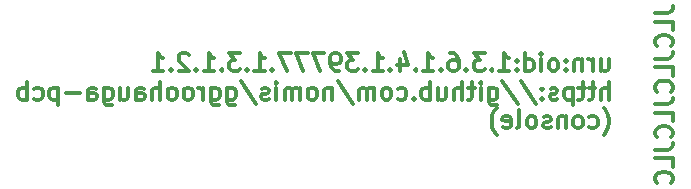
<source format=gbo>
G04 #@! TF.GenerationSoftware,KiCad,Pcbnew,8.0.9-8.0.9-0~ubuntu20.04.1*
G04 #@! TF.CreationDate,2025-04-23T19:08:02+01:00*
G04 #@! TF.ProjectId,ggroohauga-console,6767726f-6f68-4617-9567-612d636f6e73,rev?*
G04 #@! TF.SameCoordinates,Original*
G04 #@! TF.FileFunction,Legend,Bot*
G04 #@! TF.FilePolarity,Positive*
%FSLAX46Y46*%
G04 Gerber Fmt 4.6, Leading zero omitted, Abs format (unit mm)*
G04 Created by KiCad (PCBNEW 8.0.9-8.0.9-0~ubuntu20.04.1) date 2025-04-23 19:08:02*
%MOMM*%
%LPD*%
G01*
G04 APERTURE LIST*
G04 Aperture macros list*
%AMRoundRect*
0 Rectangle with rounded corners*
0 $1 Rounding radius*
0 $2 $3 $4 $5 $6 $7 $8 $9 X,Y pos of 4 corners*
0 Add a 4 corners polygon primitive as box body*
4,1,4,$2,$3,$4,$5,$6,$7,$8,$9,$2,$3,0*
0 Add four circle primitives for the rounded corners*
1,1,$1+$1,$2,$3*
1,1,$1+$1,$4,$5*
1,1,$1+$1,$6,$7*
1,1,$1+$1,$8,$9*
0 Add four rect primitives between the rounded corners*
20,1,$1+$1,$2,$3,$4,$5,0*
20,1,$1+$1,$4,$5,$6,$7,0*
20,1,$1+$1,$6,$7,$8,$9,0*
20,1,$1+$1,$8,$9,$2,$3,0*%
G04 Aperture macros list end*
%ADD10C,0.300000*%
%ADD11R,1.700000X1.700000*%
%ADD12O,1.700000X1.700000*%
%ADD13C,4.470000*%
%ADD14RoundRect,0.102000X-0.862500X0.862500X-0.862500X-0.862500X0.862500X-0.862500X0.862500X0.862500X0*%
%ADD15C,1.929000*%
G04 APERTURE END LIST*
D10*
X134444828Y-59403082D02*
X135516257Y-59403082D01*
X135516257Y-59403082D02*
X135730542Y-59331653D01*
X135730542Y-59331653D02*
X135873400Y-59188796D01*
X135873400Y-59188796D02*
X135944828Y-58974510D01*
X135944828Y-58974510D02*
X135944828Y-58831653D01*
X135944828Y-60831653D02*
X135944828Y-60117367D01*
X135944828Y-60117367D02*
X134444828Y-60117367D01*
X135801971Y-62188796D02*
X135873400Y-62117368D01*
X135873400Y-62117368D02*
X135944828Y-61903082D01*
X135944828Y-61903082D02*
X135944828Y-61760225D01*
X135944828Y-61760225D02*
X135873400Y-61545939D01*
X135873400Y-61545939D02*
X135730542Y-61403082D01*
X135730542Y-61403082D02*
X135587685Y-61331653D01*
X135587685Y-61331653D02*
X135301971Y-61260225D01*
X135301971Y-61260225D02*
X135087685Y-61260225D01*
X135087685Y-61260225D02*
X134801971Y-61331653D01*
X134801971Y-61331653D02*
X134659114Y-61403082D01*
X134659114Y-61403082D02*
X134516257Y-61545939D01*
X134516257Y-61545939D02*
X134444828Y-61760225D01*
X134444828Y-61760225D02*
X134444828Y-61903082D01*
X134444828Y-61903082D02*
X134516257Y-62117368D01*
X134516257Y-62117368D02*
X134587685Y-62188796D01*
X134444828Y-63260225D02*
X135516257Y-63260225D01*
X135516257Y-63260225D02*
X135730542Y-63188796D01*
X135730542Y-63188796D02*
X135873400Y-63045939D01*
X135873400Y-63045939D02*
X135944828Y-62831653D01*
X135944828Y-62831653D02*
X135944828Y-62688796D01*
X135944828Y-64688796D02*
X135944828Y-63974510D01*
X135944828Y-63974510D02*
X134444828Y-63974510D01*
X135801971Y-66045939D02*
X135873400Y-65974511D01*
X135873400Y-65974511D02*
X135944828Y-65760225D01*
X135944828Y-65760225D02*
X135944828Y-65617368D01*
X135944828Y-65617368D02*
X135873400Y-65403082D01*
X135873400Y-65403082D02*
X135730542Y-65260225D01*
X135730542Y-65260225D02*
X135587685Y-65188796D01*
X135587685Y-65188796D02*
X135301971Y-65117368D01*
X135301971Y-65117368D02*
X135087685Y-65117368D01*
X135087685Y-65117368D02*
X134801971Y-65188796D01*
X134801971Y-65188796D02*
X134659114Y-65260225D01*
X134659114Y-65260225D02*
X134516257Y-65403082D01*
X134516257Y-65403082D02*
X134444828Y-65617368D01*
X134444828Y-65617368D02*
X134444828Y-65760225D01*
X134444828Y-65760225D02*
X134516257Y-65974511D01*
X134516257Y-65974511D02*
X134587685Y-66045939D01*
X134444828Y-67117368D02*
X135516257Y-67117368D01*
X135516257Y-67117368D02*
X135730542Y-67045939D01*
X135730542Y-67045939D02*
X135873400Y-66903082D01*
X135873400Y-66903082D02*
X135944828Y-66688796D01*
X135944828Y-66688796D02*
X135944828Y-66545939D01*
X135944828Y-68545939D02*
X135944828Y-67831653D01*
X135944828Y-67831653D02*
X134444828Y-67831653D01*
X135801971Y-69903082D02*
X135873400Y-69831654D01*
X135873400Y-69831654D02*
X135944828Y-69617368D01*
X135944828Y-69617368D02*
X135944828Y-69474511D01*
X135944828Y-69474511D02*
X135873400Y-69260225D01*
X135873400Y-69260225D02*
X135730542Y-69117368D01*
X135730542Y-69117368D02*
X135587685Y-69045939D01*
X135587685Y-69045939D02*
X135301971Y-68974511D01*
X135301971Y-68974511D02*
X135087685Y-68974511D01*
X135087685Y-68974511D02*
X134801971Y-69045939D01*
X134801971Y-69045939D02*
X134659114Y-69117368D01*
X134659114Y-69117368D02*
X134516257Y-69260225D01*
X134516257Y-69260225D02*
X134444828Y-69474511D01*
X134444828Y-69474511D02*
X134444828Y-69617368D01*
X134444828Y-69617368D02*
X134516257Y-69831654D01*
X134516257Y-69831654D02*
X134587685Y-69903082D01*
X134444828Y-70974511D02*
X135516257Y-70974511D01*
X135516257Y-70974511D02*
X135730542Y-70903082D01*
X135730542Y-70903082D02*
X135873400Y-70760225D01*
X135873400Y-70760225D02*
X135944828Y-70545939D01*
X135944828Y-70545939D02*
X135944828Y-70403082D01*
X135944828Y-72403082D02*
X135944828Y-71688796D01*
X135944828Y-71688796D02*
X134444828Y-71688796D01*
X135801971Y-73760225D02*
X135873400Y-73688797D01*
X135873400Y-73688797D02*
X135944828Y-73474511D01*
X135944828Y-73474511D02*
X135944828Y-73331654D01*
X135944828Y-73331654D02*
X135873400Y-73117368D01*
X135873400Y-73117368D02*
X135730542Y-72974511D01*
X135730542Y-72974511D02*
X135587685Y-72903082D01*
X135587685Y-72903082D02*
X135301971Y-72831654D01*
X135301971Y-72831654D02*
X135087685Y-72831654D01*
X135087685Y-72831654D02*
X134801971Y-72903082D01*
X134801971Y-72903082D02*
X134659114Y-72974511D01*
X134659114Y-72974511D02*
X134516257Y-73117368D01*
X134516257Y-73117368D02*
X134444828Y-73331654D01*
X134444828Y-73331654D02*
X134444828Y-73474511D01*
X134444828Y-73474511D02*
X134516257Y-73688797D01*
X134516257Y-73688797D02*
X134587685Y-73760225D01*
X129866632Y-63303412D02*
X129866632Y-64303412D01*
X130509489Y-63303412D02*
X130509489Y-64089126D01*
X130509489Y-64089126D02*
X130438060Y-64231984D01*
X130438060Y-64231984D02*
X130295203Y-64303412D01*
X130295203Y-64303412D02*
X130080917Y-64303412D01*
X130080917Y-64303412D02*
X129938060Y-64231984D01*
X129938060Y-64231984D02*
X129866632Y-64160555D01*
X129152346Y-64303412D02*
X129152346Y-63303412D01*
X129152346Y-63589126D02*
X129080917Y-63446269D01*
X129080917Y-63446269D02*
X129009489Y-63374841D01*
X129009489Y-63374841D02*
X128866631Y-63303412D01*
X128866631Y-63303412D02*
X128723774Y-63303412D01*
X128223775Y-63303412D02*
X128223775Y-64303412D01*
X128223775Y-63446269D02*
X128152346Y-63374841D01*
X128152346Y-63374841D02*
X128009489Y-63303412D01*
X128009489Y-63303412D02*
X127795203Y-63303412D01*
X127795203Y-63303412D02*
X127652346Y-63374841D01*
X127652346Y-63374841D02*
X127580918Y-63517698D01*
X127580918Y-63517698D02*
X127580918Y-64303412D01*
X126866632Y-64160555D02*
X126795203Y-64231984D01*
X126795203Y-64231984D02*
X126866632Y-64303412D01*
X126866632Y-64303412D02*
X126938060Y-64231984D01*
X126938060Y-64231984D02*
X126866632Y-64160555D01*
X126866632Y-64160555D02*
X126866632Y-64303412D01*
X126866632Y-63374841D02*
X126795203Y-63446269D01*
X126795203Y-63446269D02*
X126866632Y-63517698D01*
X126866632Y-63517698D02*
X126938060Y-63446269D01*
X126938060Y-63446269D02*
X126866632Y-63374841D01*
X126866632Y-63374841D02*
X126866632Y-63517698D01*
X125938060Y-64303412D02*
X126080917Y-64231984D01*
X126080917Y-64231984D02*
X126152346Y-64160555D01*
X126152346Y-64160555D02*
X126223774Y-64017698D01*
X126223774Y-64017698D02*
X126223774Y-63589126D01*
X126223774Y-63589126D02*
X126152346Y-63446269D01*
X126152346Y-63446269D02*
X126080917Y-63374841D01*
X126080917Y-63374841D02*
X125938060Y-63303412D01*
X125938060Y-63303412D02*
X125723774Y-63303412D01*
X125723774Y-63303412D02*
X125580917Y-63374841D01*
X125580917Y-63374841D02*
X125509489Y-63446269D01*
X125509489Y-63446269D02*
X125438060Y-63589126D01*
X125438060Y-63589126D02*
X125438060Y-64017698D01*
X125438060Y-64017698D02*
X125509489Y-64160555D01*
X125509489Y-64160555D02*
X125580917Y-64231984D01*
X125580917Y-64231984D02*
X125723774Y-64303412D01*
X125723774Y-64303412D02*
X125938060Y-64303412D01*
X124795203Y-64303412D02*
X124795203Y-63303412D01*
X124795203Y-62803412D02*
X124866631Y-62874841D01*
X124866631Y-62874841D02*
X124795203Y-62946269D01*
X124795203Y-62946269D02*
X124723774Y-62874841D01*
X124723774Y-62874841D02*
X124795203Y-62803412D01*
X124795203Y-62803412D02*
X124795203Y-62946269D01*
X123438060Y-64303412D02*
X123438060Y-62803412D01*
X123438060Y-64231984D02*
X123580917Y-64303412D01*
X123580917Y-64303412D02*
X123866631Y-64303412D01*
X123866631Y-64303412D02*
X124009488Y-64231984D01*
X124009488Y-64231984D02*
X124080917Y-64160555D01*
X124080917Y-64160555D02*
X124152345Y-64017698D01*
X124152345Y-64017698D02*
X124152345Y-63589126D01*
X124152345Y-63589126D02*
X124080917Y-63446269D01*
X124080917Y-63446269D02*
X124009488Y-63374841D01*
X124009488Y-63374841D02*
X123866631Y-63303412D01*
X123866631Y-63303412D02*
X123580917Y-63303412D01*
X123580917Y-63303412D02*
X123438060Y-63374841D01*
X122723774Y-64160555D02*
X122652345Y-64231984D01*
X122652345Y-64231984D02*
X122723774Y-64303412D01*
X122723774Y-64303412D02*
X122795202Y-64231984D01*
X122795202Y-64231984D02*
X122723774Y-64160555D01*
X122723774Y-64160555D02*
X122723774Y-64303412D01*
X122723774Y-63374841D02*
X122652345Y-63446269D01*
X122652345Y-63446269D02*
X122723774Y-63517698D01*
X122723774Y-63517698D02*
X122795202Y-63446269D01*
X122795202Y-63446269D02*
X122723774Y-63374841D01*
X122723774Y-63374841D02*
X122723774Y-63517698D01*
X121223773Y-64303412D02*
X122080916Y-64303412D01*
X121652345Y-64303412D02*
X121652345Y-62803412D01*
X121652345Y-62803412D02*
X121795202Y-63017698D01*
X121795202Y-63017698D02*
X121938059Y-63160555D01*
X121938059Y-63160555D02*
X122080916Y-63231984D01*
X120580917Y-64160555D02*
X120509488Y-64231984D01*
X120509488Y-64231984D02*
X120580917Y-64303412D01*
X120580917Y-64303412D02*
X120652345Y-64231984D01*
X120652345Y-64231984D02*
X120580917Y-64160555D01*
X120580917Y-64160555D02*
X120580917Y-64303412D01*
X120009488Y-62803412D02*
X119080916Y-62803412D01*
X119080916Y-62803412D02*
X119580916Y-63374841D01*
X119580916Y-63374841D02*
X119366631Y-63374841D01*
X119366631Y-63374841D02*
X119223774Y-63446269D01*
X119223774Y-63446269D02*
X119152345Y-63517698D01*
X119152345Y-63517698D02*
X119080916Y-63660555D01*
X119080916Y-63660555D02*
X119080916Y-64017698D01*
X119080916Y-64017698D02*
X119152345Y-64160555D01*
X119152345Y-64160555D02*
X119223774Y-64231984D01*
X119223774Y-64231984D02*
X119366631Y-64303412D01*
X119366631Y-64303412D02*
X119795202Y-64303412D01*
X119795202Y-64303412D02*
X119938059Y-64231984D01*
X119938059Y-64231984D02*
X120009488Y-64160555D01*
X118438060Y-64160555D02*
X118366631Y-64231984D01*
X118366631Y-64231984D02*
X118438060Y-64303412D01*
X118438060Y-64303412D02*
X118509488Y-64231984D01*
X118509488Y-64231984D02*
X118438060Y-64160555D01*
X118438060Y-64160555D02*
X118438060Y-64303412D01*
X117080917Y-62803412D02*
X117366631Y-62803412D01*
X117366631Y-62803412D02*
X117509488Y-62874841D01*
X117509488Y-62874841D02*
X117580917Y-62946269D01*
X117580917Y-62946269D02*
X117723774Y-63160555D01*
X117723774Y-63160555D02*
X117795202Y-63446269D01*
X117795202Y-63446269D02*
X117795202Y-64017698D01*
X117795202Y-64017698D02*
X117723774Y-64160555D01*
X117723774Y-64160555D02*
X117652345Y-64231984D01*
X117652345Y-64231984D02*
X117509488Y-64303412D01*
X117509488Y-64303412D02*
X117223774Y-64303412D01*
X117223774Y-64303412D02*
X117080917Y-64231984D01*
X117080917Y-64231984D02*
X117009488Y-64160555D01*
X117009488Y-64160555D02*
X116938059Y-64017698D01*
X116938059Y-64017698D02*
X116938059Y-63660555D01*
X116938059Y-63660555D02*
X117009488Y-63517698D01*
X117009488Y-63517698D02*
X117080917Y-63446269D01*
X117080917Y-63446269D02*
X117223774Y-63374841D01*
X117223774Y-63374841D02*
X117509488Y-63374841D01*
X117509488Y-63374841D02*
X117652345Y-63446269D01*
X117652345Y-63446269D02*
X117723774Y-63517698D01*
X117723774Y-63517698D02*
X117795202Y-63660555D01*
X116295203Y-64160555D02*
X116223774Y-64231984D01*
X116223774Y-64231984D02*
X116295203Y-64303412D01*
X116295203Y-64303412D02*
X116366631Y-64231984D01*
X116366631Y-64231984D02*
X116295203Y-64160555D01*
X116295203Y-64160555D02*
X116295203Y-64303412D01*
X114795202Y-64303412D02*
X115652345Y-64303412D01*
X115223774Y-64303412D02*
X115223774Y-62803412D01*
X115223774Y-62803412D02*
X115366631Y-63017698D01*
X115366631Y-63017698D02*
X115509488Y-63160555D01*
X115509488Y-63160555D02*
X115652345Y-63231984D01*
X114152346Y-64160555D02*
X114080917Y-64231984D01*
X114080917Y-64231984D02*
X114152346Y-64303412D01*
X114152346Y-64303412D02*
X114223774Y-64231984D01*
X114223774Y-64231984D02*
X114152346Y-64160555D01*
X114152346Y-64160555D02*
X114152346Y-64303412D01*
X112795203Y-63303412D02*
X112795203Y-64303412D01*
X113152345Y-62731984D02*
X113509488Y-63803412D01*
X113509488Y-63803412D02*
X112580917Y-63803412D01*
X112009489Y-64160555D02*
X111938060Y-64231984D01*
X111938060Y-64231984D02*
X112009489Y-64303412D01*
X112009489Y-64303412D02*
X112080917Y-64231984D01*
X112080917Y-64231984D02*
X112009489Y-64160555D01*
X112009489Y-64160555D02*
X112009489Y-64303412D01*
X110509488Y-64303412D02*
X111366631Y-64303412D01*
X110938060Y-64303412D02*
X110938060Y-62803412D01*
X110938060Y-62803412D02*
X111080917Y-63017698D01*
X111080917Y-63017698D02*
X111223774Y-63160555D01*
X111223774Y-63160555D02*
X111366631Y-63231984D01*
X109866632Y-64160555D02*
X109795203Y-64231984D01*
X109795203Y-64231984D02*
X109866632Y-64303412D01*
X109866632Y-64303412D02*
X109938060Y-64231984D01*
X109938060Y-64231984D02*
X109866632Y-64160555D01*
X109866632Y-64160555D02*
X109866632Y-64303412D01*
X109295203Y-62803412D02*
X108366631Y-62803412D01*
X108366631Y-62803412D02*
X108866631Y-63374841D01*
X108866631Y-63374841D02*
X108652346Y-63374841D01*
X108652346Y-63374841D02*
X108509489Y-63446269D01*
X108509489Y-63446269D02*
X108438060Y-63517698D01*
X108438060Y-63517698D02*
X108366631Y-63660555D01*
X108366631Y-63660555D02*
X108366631Y-64017698D01*
X108366631Y-64017698D02*
X108438060Y-64160555D01*
X108438060Y-64160555D02*
X108509489Y-64231984D01*
X108509489Y-64231984D02*
X108652346Y-64303412D01*
X108652346Y-64303412D02*
X109080917Y-64303412D01*
X109080917Y-64303412D02*
X109223774Y-64231984D01*
X109223774Y-64231984D02*
X109295203Y-64160555D01*
X107652346Y-64303412D02*
X107366632Y-64303412D01*
X107366632Y-64303412D02*
X107223775Y-64231984D01*
X107223775Y-64231984D02*
X107152346Y-64160555D01*
X107152346Y-64160555D02*
X107009489Y-63946269D01*
X107009489Y-63946269D02*
X106938060Y-63660555D01*
X106938060Y-63660555D02*
X106938060Y-63089126D01*
X106938060Y-63089126D02*
X107009489Y-62946269D01*
X107009489Y-62946269D02*
X107080918Y-62874841D01*
X107080918Y-62874841D02*
X107223775Y-62803412D01*
X107223775Y-62803412D02*
X107509489Y-62803412D01*
X107509489Y-62803412D02*
X107652346Y-62874841D01*
X107652346Y-62874841D02*
X107723775Y-62946269D01*
X107723775Y-62946269D02*
X107795203Y-63089126D01*
X107795203Y-63089126D02*
X107795203Y-63446269D01*
X107795203Y-63446269D02*
X107723775Y-63589126D01*
X107723775Y-63589126D02*
X107652346Y-63660555D01*
X107652346Y-63660555D02*
X107509489Y-63731984D01*
X107509489Y-63731984D02*
X107223775Y-63731984D01*
X107223775Y-63731984D02*
X107080918Y-63660555D01*
X107080918Y-63660555D02*
X107009489Y-63589126D01*
X107009489Y-63589126D02*
X106938060Y-63446269D01*
X106438061Y-62803412D02*
X105438061Y-62803412D01*
X105438061Y-62803412D02*
X106080918Y-64303412D01*
X105009490Y-62803412D02*
X104009490Y-62803412D01*
X104009490Y-62803412D02*
X104652347Y-64303412D01*
X103580919Y-62803412D02*
X102580919Y-62803412D01*
X102580919Y-62803412D02*
X103223776Y-64303412D01*
X102009491Y-64160555D02*
X101938062Y-64231984D01*
X101938062Y-64231984D02*
X102009491Y-64303412D01*
X102009491Y-64303412D02*
X102080919Y-64231984D01*
X102080919Y-64231984D02*
X102009491Y-64160555D01*
X102009491Y-64160555D02*
X102009491Y-64303412D01*
X100509490Y-64303412D02*
X101366633Y-64303412D01*
X100938062Y-64303412D02*
X100938062Y-62803412D01*
X100938062Y-62803412D02*
X101080919Y-63017698D01*
X101080919Y-63017698D02*
X101223776Y-63160555D01*
X101223776Y-63160555D02*
X101366633Y-63231984D01*
X99866634Y-64160555D02*
X99795205Y-64231984D01*
X99795205Y-64231984D02*
X99866634Y-64303412D01*
X99866634Y-64303412D02*
X99938062Y-64231984D01*
X99938062Y-64231984D02*
X99866634Y-64160555D01*
X99866634Y-64160555D02*
X99866634Y-64303412D01*
X99295205Y-62803412D02*
X98366633Y-62803412D01*
X98366633Y-62803412D02*
X98866633Y-63374841D01*
X98866633Y-63374841D02*
X98652348Y-63374841D01*
X98652348Y-63374841D02*
X98509491Y-63446269D01*
X98509491Y-63446269D02*
X98438062Y-63517698D01*
X98438062Y-63517698D02*
X98366633Y-63660555D01*
X98366633Y-63660555D02*
X98366633Y-64017698D01*
X98366633Y-64017698D02*
X98438062Y-64160555D01*
X98438062Y-64160555D02*
X98509491Y-64231984D01*
X98509491Y-64231984D02*
X98652348Y-64303412D01*
X98652348Y-64303412D02*
X99080919Y-64303412D01*
X99080919Y-64303412D02*
X99223776Y-64231984D01*
X99223776Y-64231984D02*
X99295205Y-64160555D01*
X97723777Y-64160555D02*
X97652348Y-64231984D01*
X97652348Y-64231984D02*
X97723777Y-64303412D01*
X97723777Y-64303412D02*
X97795205Y-64231984D01*
X97795205Y-64231984D02*
X97723777Y-64160555D01*
X97723777Y-64160555D02*
X97723777Y-64303412D01*
X96223776Y-64303412D02*
X97080919Y-64303412D01*
X96652348Y-64303412D02*
X96652348Y-62803412D01*
X96652348Y-62803412D02*
X96795205Y-63017698D01*
X96795205Y-63017698D02*
X96938062Y-63160555D01*
X96938062Y-63160555D02*
X97080919Y-63231984D01*
X95580920Y-64160555D02*
X95509491Y-64231984D01*
X95509491Y-64231984D02*
X95580920Y-64303412D01*
X95580920Y-64303412D02*
X95652348Y-64231984D01*
X95652348Y-64231984D02*
X95580920Y-64160555D01*
X95580920Y-64160555D02*
X95580920Y-64303412D01*
X94938062Y-62946269D02*
X94866634Y-62874841D01*
X94866634Y-62874841D02*
X94723777Y-62803412D01*
X94723777Y-62803412D02*
X94366634Y-62803412D01*
X94366634Y-62803412D02*
X94223777Y-62874841D01*
X94223777Y-62874841D02*
X94152348Y-62946269D01*
X94152348Y-62946269D02*
X94080919Y-63089126D01*
X94080919Y-63089126D02*
X94080919Y-63231984D01*
X94080919Y-63231984D02*
X94152348Y-63446269D01*
X94152348Y-63446269D02*
X95009491Y-64303412D01*
X95009491Y-64303412D02*
X94080919Y-64303412D01*
X93438063Y-64160555D02*
X93366634Y-64231984D01*
X93366634Y-64231984D02*
X93438063Y-64303412D01*
X93438063Y-64303412D02*
X93509491Y-64231984D01*
X93509491Y-64231984D02*
X93438063Y-64160555D01*
X93438063Y-64160555D02*
X93438063Y-64303412D01*
X91938062Y-64303412D02*
X92795205Y-64303412D01*
X92366634Y-64303412D02*
X92366634Y-62803412D01*
X92366634Y-62803412D02*
X92509491Y-63017698D01*
X92509491Y-63017698D02*
X92652348Y-63160555D01*
X92652348Y-63160555D02*
X92795205Y-63231984D01*
X130509489Y-66718328D02*
X130509489Y-65218328D01*
X129866632Y-66718328D02*
X129866632Y-65932614D01*
X129866632Y-65932614D02*
X129938060Y-65789757D01*
X129938060Y-65789757D02*
X130080917Y-65718328D01*
X130080917Y-65718328D02*
X130295203Y-65718328D01*
X130295203Y-65718328D02*
X130438060Y-65789757D01*
X130438060Y-65789757D02*
X130509489Y-65861185D01*
X129366631Y-65718328D02*
X128795203Y-65718328D01*
X129152346Y-65218328D02*
X129152346Y-66504042D01*
X129152346Y-66504042D02*
X129080917Y-66646900D01*
X129080917Y-66646900D02*
X128938060Y-66718328D01*
X128938060Y-66718328D02*
X128795203Y-66718328D01*
X128509488Y-65718328D02*
X127938060Y-65718328D01*
X128295203Y-65218328D02*
X128295203Y-66504042D01*
X128295203Y-66504042D02*
X128223774Y-66646900D01*
X128223774Y-66646900D02*
X128080917Y-66718328D01*
X128080917Y-66718328D02*
X127938060Y-66718328D01*
X127438060Y-65718328D02*
X127438060Y-67218328D01*
X127438060Y-65789757D02*
X127295203Y-65718328D01*
X127295203Y-65718328D02*
X127009488Y-65718328D01*
X127009488Y-65718328D02*
X126866631Y-65789757D01*
X126866631Y-65789757D02*
X126795203Y-65861185D01*
X126795203Y-65861185D02*
X126723774Y-66004042D01*
X126723774Y-66004042D02*
X126723774Y-66432614D01*
X126723774Y-66432614D02*
X126795203Y-66575471D01*
X126795203Y-66575471D02*
X126866631Y-66646900D01*
X126866631Y-66646900D02*
X127009488Y-66718328D01*
X127009488Y-66718328D02*
X127295203Y-66718328D01*
X127295203Y-66718328D02*
X127438060Y-66646900D01*
X126152345Y-66646900D02*
X126009488Y-66718328D01*
X126009488Y-66718328D02*
X125723774Y-66718328D01*
X125723774Y-66718328D02*
X125580917Y-66646900D01*
X125580917Y-66646900D02*
X125509488Y-66504042D01*
X125509488Y-66504042D02*
X125509488Y-66432614D01*
X125509488Y-66432614D02*
X125580917Y-66289757D01*
X125580917Y-66289757D02*
X125723774Y-66218328D01*
X125723774Y-66218328D02*
X125938060Y-66218328D01*
X125938060Y-66218328D02*
X126080917Y-66146900D01*
X126080917Y-66146900D02*
X126152345Y-66004042D01*
X126152345Y-66004042D02*
X126152345Y-65932614D01*
X126152345Y-65932614D02*
X126080917Y-65789757D01*
X126080917Y-65789757D02*
X125938060Y-65718328D01*
X125938060Y-65718328D02*
X125723774Y-65718328D01*
X125723774Y-65718328D02*
X125580917Y-65789757D01*
X124866631Y-66575471D02*
X124795202Y-66646900D01*
X124795202Y-66646900D02*
X124866631Y-66718328D01*
X124866631Y-66718328D02*
X124938059Y-66646900D01*
X124938059Y-66646900D02*
X124866631Y-66575471D01*
X124866631Y-66575471D02*
X124866631Y-66718328D01*
X124866631Y-65789757D02*
X124795202Y-65861185D01*
X124795202Y-65861185D02*
X124866631Y-65932614D01*
X124866631Y-65932614D02*
X124938059Y-65861185D01*
X124938059Y-65861185D02*
X124866631Y-65789757D01*
X124866631Y-65789757D02*
X124866631Y-65932614D01*
X123080916Y-65146900D02*
X124366630Y-67075471D01*
X121509487Y-65146900D02*
X122795201Y-67075471D01*
X120366630Y-65718328D02*
X120366630Y-66932614D01*
X120366630Y-66932614D02*
X120438058Y-67075471D01*
X120438058Y-67075471D02*
X120509487Y-67146900D01*
X120509487Y-67146900D02*
X120652344Y-67218328D01*
X120652344Y-67218328D02*
X120866630Y-67218328D01*
X120866630Y-67218328D02*
X121009487Y-67146900D01*
X120366630Y-66646900D02*
X120509487Y-66718328D01*
X120509487Y-66718328D02*
X120795201Y-66718328D01*
X120795201Y-66718328D02*
X120938058Y-66646900D01*
X120938058Y-66646900D02*
X121009487Y-66575471D01*
X121009487Y-66575471D02*
X121080915Y-66432614D01*
X121080915Y-66432614D02*
X121080915Y-66004042D01*
X121080915Y-66004042D02*
X121009487Y-65861185D01*
X121009487Y-65861185D02*
X120938058Y-65789757D01*
X120938058Y-65789757D02*
X120795201Y-65718328D01*
X120795201Y-65718328D02*
X120509487Y-65718328D01*
X120509487Y-65718328D02*
X120366630Y-65789757D01*
X119652344Y-66718328D02*
X119652344Y-65718328D01*
X119652344Y-65218328D02*
X119723772Y-65289757D01*
X119723772Y-65289757D02*
X119652344Y-65361185D01*
X119652344Y-65361185D02*
X119580915Y-65289757D01*
X119580915Y-65289757D02*
X119652344Y-65218328D01*
X119652344Y-65218328D02*
X119652344Y-65361185D01*
X119152343Y-65718328D02*
X118580915Y-65718328D01*
X118938058Y-65218328D02*
X118938058Y-66504042D01*
X118938058Y-66504042D02*
X118866629Y-66646900D01*
X118866629Y-66646900D02*
X118723772Y-66718328D01*
X118723772Y-66718328D02*
X118580915Y-66718328D01*
X118080915Y-66718328D02*
X118080915Y-65218328D01*
X117438058Y-66718328D02*
X117438058Y-65932614D01*
X117438058Y-65932614D02*
X117509486Y-65789757D01*
X117509486Y-65789757D02*
X117652343Y-65718328D01*
X117652343Y-65718328D02*
X117866629Y-65718328D01*
X117866629Y-65718328D02*
X118009486Y-65789757D01*
X118009486Y-65789757D02*
X118080915Y-65861185D01*
X116080915Y-65718328D02*
X116080915Y-66718328D01*
X116723772Y-65718328D02*
X116723772Y-66504042D01*
X116723772Y-66504042D02*
X116652343Y-66646900D01*
X116652343Y-66646900D02*
X116509486Y-66718328D01*
X116509486Y-66718328D02*
X116295200Y-66718328D01*
X116295200Y-66718328D02*
X116152343Y-66646900D01*
X116152343Y-66646900D02*
X116080915Y-66575471D01*
X115366629Y-66718328D02*
X115366629Y-65218328D01*
X115366629Y-65789757D02*
X115223772Y-65718328D01*
X115223772Y-65718328D02*
X114938057Y-65718328D01*
X114938057Y-65718328D02*
X114795200Y-65789757D01*
X114795200Y-65789757D02*
X114723772Y-65861185D01*
X114723772Y-65861185D02*
X114652343Y-66004042D01*
X114652343Y-66004042D02*
X114652343Y-66432614D01*
X114652343Y-66432614D02*
X114723772Y-66575471D01*
X114723772Y-66575471D02*
X114795200Y-66646900D01*
X114795200Y-66646900D02*
X114938057Y-66718328D01*
X114938057Y-66718328D02*
X115223772Y-66718328D01*
X115223772Y-66718328D02*
X115366629Y-66646900D01*
X114009486Y-66575471D02*
X113938057Y-66646900D01*
X113938057Y-66646900D02*
X114009486Y-66718328D01*
X114009486Y-66718328D02*
X114080914Y-66646900D01*
X114080914Y-66646900D02*
X114009486Y-66575471D01*
X114009486Y-66575471D02*
X114009486Y-66718328D01*
X112652343Y-66646900D02*
X112795200Y-66718328D01*
X112795200Y-66718328D02*
X113080914Y-66718328D01*
X113080914Y-66718328D02*
X113223771Y-66646900D01*
X113223771Y-66646900D02*
X113295200Y-66575471D01*
X113295200Y-66575471D02*
X113366628Y-66432614D01*
X113366628Y-66432614D02*
X113366628Y-66004042D01*
X113366628Y-66004042D02*
X113295200Y-65861185D01*
X113295200Y-65861185D02*
X113223771Y-65789757D01*
X113223771Y-65789757D02*
X113080914Y-65718328D01*
X113080914Y-65718328D02*
X112795200Y-65718328D01*
X112795200Y-65718328D02*
X112652343Y-65789757D01*
X111795200Y-66718328D02*
X111938057Y-66646900D01*
X111938057Y-66646900D02*
X112009486Y-66575471D01*
X112009486Y-66575471D02*
X112080914Y-66432614D01*
X112080914Y-66432614D02*
X112080914Y-66004042D01*
X112080914Y-66004042D02*
X112009486Y-65861185D01*
X112009486Y-65861185D02*
X111938057Y-65789757D01*
X111938057Y-65789757D02*
X111795200Y-65718328D01*
X111795200Y-65718328D02*
X111580914Y-65718328D01*
X111580914Y-65718328D02*
X111438057Y-65789757D01*
X111438057Y-65789757D02*
X111366629Y-65861185D01*
X111366629Y-65861185D02*
X111295200Y-66004042D01*
X111295200Y-66004042D02*
X111295200Y-66432614D01*
X111295200Y-66432614D02*
X111366629Y-66575471D01*
X111366629Y-66575471D02*
X111438057Y-66646900D01*
X111438057Y-66646900D02*
X111580914Y-66718328D01*
X111580914Y-66718328D02*
X111795200Y-66718328D01*
X110652343Y-66718328D02*
X110652343Y-65718328D01*
X110652343Y-65861185D02*
X110580914Y-65789757D01*
X110580914Y-65789757D02*
X110438057Y-65718328D01*
X110438057Y-65718328D02*
X110223771Y-65718328D01*
X110223771Y-65718328D02*
X110080914Y-65789757D01*
X110080914Y-65789757D02*
X110009486Y-65932614D01*
X110009486Y-65932614D02*
X110009486Y-66718328D01*
X110009486Y-65932614D02*
X109938057Y-65789757D01*
X109938057Y-65789757D02*
X109795200Y-65718328D01*
X109795200Y-65718328D02*
X109580914Y-65718328D01*
X109580914Y-65718328D02*
X109438057Y-65789757D01*
X109438057Y-65789757D02*
X109366628Y-65932614D01*
X109366628Y-65932614D02*
X109366628Y-66718328D01*
X107580914Y-65146900D02*
X108866628Y-67075471D01*
X107080914Y-65718328D02*
X107080914Y-66718328D01*
X107080914Y-65861185D02*
X107009485Y-65789757D01*
X107009485Y-65789757D02*
X106866628Y-65718328D01*
X106866628Y-65718328D02*
X106652342Y-65718328D01*
X106652342Y-65718328D02*
X106509485Y-65789757D01*
X106509485Y-65789757D02*
X106438057Y-65932614D01*
X106438057Y-65932614D02*
X106438057Y-66718328D01*
X105509485Y-66718328D02*
X105652342Y-66646900D01*
X105652342Y-66646900D02*
X105723771Y-66575471D01*
X105723771Y-66575471D02*
X105795199Y-66432614D01*
X105795199Y-66432614D02*
X105795199Y-66004042D01*
X105795199Y-66004042D02*
X105723771Y-65861185D01*
X105723771Y-65861185D02*
X105652342Y-65789757D01*
X105652342Y-65789757D02*
X105509485Y-65718328D01*
X105509485Y-65718328D02*
X105295199Y-65718328D01*
X105295199Y-65718328D02*
X105152342Y-65789757D01*
X105152342Y-65789757D02*
X105080914Y-65861185D01*
X105080914Y-65861185D02*
X105009485Y-66004042D01*
X105009485Y-66004042D02*
X105009485Y-66432614D01*
X105009485Y-66432614D02*
X105080914Y-66575471D01*
X105080914Y-66575471D02*
X105152342Y-66646900D01*
X105152342Y-66646900D02*
X105295199Y-66718328D01*
X105295199Y-66718328D02*
X105509485Y-66718328D01*
X104366628Y-66718328D02*
X104366628Y-65718328D01*
X104366628Y-65861185D02*
X104295199Y-65789757D01*
X104295199Y-65789757D02*
X104152342Y-65718328D01*
X104152342Y-65718328D02*
X103938056Y-65718328D01*
X103938056Y-65718328D02*
X103795199Y-65789757D01*
X103795199Y-65789757D02*
X103723771Y-65932614D01*
X103723771Y-65932614D02*
X103723771Y-66718328D01*
X103723771Y-65932614D02*
X103652342Y-65789757D01*
X103652342Y-65789757D02*
X103509485Y-65718328D01*
X103509485Y-65718328D02*
X103295199Y-65718328D01*
X103295199Y-65718328D02*
X103152342Y-65789757D01*
X103152342Y-65789757D02*
X103080913Y-65932614D01*
X103080913Y-65932614D02*
X103080913Y-66718328D01*
X102366628Y-66718328D02*
X102366628Y-65718328D01*
X102366628Y-65218328D02*
X102438056Y-65289757D01*
X102438056Y-65289757D02*
X102366628Y-65361185D01*
X102366628Y-65361185D02*
X102295199Y-65289757D01*
X102295199Y-65289757D02*
X102366628Y-65218328D01*
X102366628Y-65218328D02*
X102366628Y-65361185D01*
X101723770Y-66646900D02*
X101580913Y-66718328D01*
X101580913Y-66718328D02*
X101295199Y-66718328D01*
X101295199Y-66718328D02*
X101152342Y-66646900D01*
X101152342Y-66646900D02*
X101080913Y-66504042D01*
X101080913Y-66504042D02*
X101080913Y-66432614D01*
X101080913Y-66432614D02*
X101152342Y-66289757D01*
X101152342Y-66289757D02*
X101295199Y-66218328D01*
X101295199Y-66218328D02*
X101509485Y-66218328D01*
X101509485Y-66218328D02*
X101652342Y-66146900D01*
X101652342Y-66146900D02*
X101723770Y-66004042D01*
X101723770Y-66004042D02*
X101723770Y-65932614D01*
X101723770Y-65932614D02*
X101652342Y-65789757D01*
X101652342Y-65789757D02*
X101509485Y-65718328D01*
X101509485Y-65718328D02*
X101295199Y-65718328D01*
X101295199Y-65718328D02*
X101152342Y-65789757D01*
X99366627Y-65146900D02*
X100652341Y-67075471D01*
X98223770Y-65718328D02*
X98223770Y-66932614D01*
X98223770Y-66932614D02*
X98295198Y-67075471D01*
X98295198Y-67075471D02*
X98366627Y-67146900D01*
X98366627Y-67146900D02*
X98509484Y-67218328D01*
X98509484Y-67218328D02*
X98723770Y-67218328D01*
X98723770Y-67218328D02*
X98866627Y-67146900D01*
X98223770Y-66646900D02*
X98366627Y-66718328D01*
X98366627Y-66718328D02*
X98652341Y-66718328D01*
X98652341Y-66718328D02*
X98795198Y-66646900D01*
X98795198Y-66646900D02*
X98866627Y-66575471D01*
X98866627Y-66575471D02*
X98938055Y-66432614D01*
X98938055Y-66432614D02*
X98938055Y-66004042D01*
X98938055Y-66004042D02*
X98866627Y-65861185D01*
X98866627Y-65861185D02*
X98795198Y-65789757D01*
X98795198Y-65789757D02*
X98652341Y-65718328D01*
X98652341Y-65718328D02*
X98366627Y-65718328D01*
X98366627Y-65718328D02*
X98223770Y-65789757D01*
X96866627Y-65718328D02*
X96866627Y-66932614D01*
X96866627Y-66932614D02*
X96938055Y-67075471D01*
X96938055Y-67075471D02*
X97009484Y-67146900D01*
X97009484Y-67146900D02*
X97152341Y-67218328D01*
X97152341Y-67218328D02*
X97366627Y-67218328D01*
X97366627Y-67218328D02*
X97509484Y-67146900D01*
X96866627Y-66646900D02*
X97009484Y-66718328D01*
X97009484Y-66718328D02*
X97295198Y-66718328D01*
X97295198Y-66718328D02*
X97438055Y-66646900D01*
X97438055Y-66646900D02*
X97509484Y-66575471D01*
X97509484Y-66575471D02*
X97580912Y-66432614D01*
X97580912Y-66432614D02*
X97580912Y-66004042D01*
X97580912Y-66004042D02*
X97509484Y-65861185D01*
X97509484Y-65861185D02*
X97438055Y-65789757D01*
X97438055Y-65789757D02*
X97295198Y-65718328D01*
X97295198Y-65718328D02*
X97009484Y-65718328D01*
X97009484Y-65718328D02*
X96866627Y-65789757D01*
X96152341Y-66718328D02*
X96152341Y-65718328D01*
X96152341Y-66004042D02*
X96080912Y-65861185D01*
X96080912Y-65861185D02*
X96009484Y-65789757D01*
X96009484Y-65789757D02*
X95866626Y-65718328D01*
X95866626Y-65718328D02*
X95723769Y-65718328D01*
X95009484Y-66718328D02*
X95152341Y-66646900D01*
X95152341Y-66646900D02*
X95223770Y-66575471D01*
X95223770Y-66575471D02*
X95295198Y-66432614D01*
X95295198Y-66432614D02*
X95295198Y-66004042D01*
X95295198Y-66004042D02*
X95223770Y-65861185D01*
X95223770Y-65861185D02*
X95152341Y-65789757D01*
X95152341Y-65789757D02*
X95009484Y-65718328D01*
X95009484Y-65718328D02*
X94795198Y-65718328D01*
X94795198Y-65718328D02*
X94652341Y-65789757D01*
X94652341Y-65789757D02*
X94580913Y-65861185D01*
X94580913Y-65861185D02*
X94509484Y-66004042D01*
X94509484Y-66004042D02*
X94509484Y-66432614D01*
X94509484Y-66432614D02*
X94580913Y-66575471D01*
X94580913Y-66575471D02*
X94652341Y-66646900D01*
X94652341Y-66646900D02*
X94795198Y-66718328D01*
X94795198Y-66718328D02*
X95009484Y-66718328D01*
X93652341Y-66718328D02*
X93795198Y-66646900D01*
X93795198Y-66646900D02*
X93866627Y-66575471D01*
X93866627Y-66575471D02*
X93938055Y-66432614D01*
X93938055Y-66432614D02*
X93938055Y-66004042D01*
X93938055Y-66004042D02*
X93866627Y-65861185D01*
X93866627Y-65861185D02*
X93795198Y-65789757D01*
X93795198Y-65789757D02*
X93652341Y-65718328D01*
X93652341Y-65718328D02*
X93438055Y-65718328D01*
X93438055Y-65718328D02*
X93295198Y-65789757D01*
X93295198Y-65789757D02*
X93223770Y-65861185D01*
X93223770Y-65861185D02*
X93152341Y-66004042D01*
X93152341Y-66004042D02*
X93152341Y-66432614D01*
X93152341Y-66432614D02*
X93223770Y-66575471D01*
X93223770Y-66575471D02*
X93295198Y-66646900D01*
X93295198Y-66646900D02*
X93438055Y-66718328D01*
X93438055Y-66718328D02*
X93652341Y-66718328D01*
X92509484Y-66718328D02*
X92509484Y-65218328D01*
X91866627Y-66718328D02*
X91866627Y-65932614D01*
X91866627Y-65932614D02*
X91938055Y-65789757D01*
X91938055Y-65789757D02*
X92080912Y-65718328D01*
X92080912Y-65718328D02*
X92295198Y-65718328D01*
X92295198Y-65718328D02*
X92438055Y-65789757D01*
X92438055Y-65789757D02*
X92509484Y-65861185D01*
X90509484Y-66718328D02*
X90509484Y-65932614D01*
X90509484Y-65932614D02*
X90580912Y-65789757D01*
X90580912Y-65789757D02*
X90723769Y-65718328D01*
X90723769Y-65718328D02*
X91009484Y-65718328D01*
X91009484Y-65718328D02*
X91152341Y-65789757D01*
X90509484Y-66646900D02*
X90652341Y-66718328D01*
X90652341Y-66718328D02*
X91009484Y-66718328D01*
X91009484Y-66718328D02*
X91152341Y-66646900D01*
X91152341Y-66646900D02*
X91223769Y-66504042D01*
X91223769Y-66504042D02*
X91223769Y-66361185D01*
X91223769Y-66361185D02*
X91152341Y-66218328D01*
X91152341Y-66218328D02*
X91009484Y-66146900D01*
X91009484Y-66146900D02*
X90652341Y-66146900D01*
X90652341Y-66146900D02*
X90509484Y-66075471D01*
X89152341Y-65718328D02*
X89152341Y-66718328D01*
X89795198Y-65718328D02*
X89795198Y-66504042D01*
X89795198Y-66504042D02*
X89723769Y-66646900D01*
X89723769Y-66646900D02*
X89580912Y-66718328D01*
X89580912Y-66718328D02*
X89366626Y-66718328D01*
X89366626Y-66718328D02*
X89223769Y-66646900D01*
X89223769Y-66646900D02*
X89152341Y-66575471D01*
X87795198Y-65718328D02*
X87795198Y-66932614D01*
X87795198Y-66932614D02*
X87866626Y-67075471D01*
X87866626Y-67075471D02*
X87938055Y-67146900D01*
X87938055Y-67146900D02*
X88080912Y-67218328D01*
X88080912Y-67218328D02*
X88295198Y-67218328D01*
X88295198Y-67218328D02*
X88438055Y-67146900D01*
X87795198Y-66646900D02*
X87938055Y-66718328D01*
X87938055Y-66718328D02*
X88223769Y-66718328D01*
X88223769Y-66718328D02*
X88366626Y-66646900D01*
X88366626Y-66646900D02*
X88438055Y-66575471D01*
X88438055Y-66575471D02*
X88509483Y-66432614D01*
X88509483Y-66432614D02*
X88509483Y-66004042D01*
X88509483Y-66004042D02*
X88438055Y-65861185D01*
X88438055Y-65861185D02*
X88366626Y-65789757D01*
X88366626Y-65789757D02*
X88223769Y-65718328D01*
X88223769Y-65718328D02*
X87938055Y-65718328D01*
X87938055Y-65718328D02*
X87795198Y-65789757D01*
X86438055Y-66718328D02*
X86438055Y-65932614D01*
X86438055Y-65932614D02*
X86509483Y-65789757D01*
X86509483Y-65789757D02*
X86652340Y-65718328D01*
X86652340Y-65718328D02*
X86938055Y-65718328D01*
X86938055Y-65718328D02*
X87080912Y-65789757D01*
X86438055Y-66646900D02*
X86580912Y-66718328D01*
X86580912Y-66718328D02*
X86938055Y-66718328D01*
X86938055Y-66718328D02*
X87080912Y-66646900D01*
X87080912Y-66646900D02*
X87152340Y-66504042D01*
X87152340Y-66504042D02*
X87152340Y-66361185D01*
X87152340Y-66361185D02*
X87080912Y-66218328D01*
X87080912Y-66218328D02*
X86938055Y-66146900D01*
X86938055Y-66146900D02*
X86580912Y-66146900D01*
X86580912Y-66146900D02*
X86438055Y-66075471D01*
X85723769Y-66146900D02*
X84580912Y-66146900D01*
X83866626Y-65718328D02*
X83866626Y-67218328D01*
X83866626Y-65789757D02*
X83723769Y-65718328D01*
X83723769Y-65718328D02*
X83438054Y-65718328D01*
X83438054Y-65718328D02*
X83295197Y-65789757D01*
X83295197Y-65789757D02*
X83223769Y-65861185D01*
X83223769Y-65861185D02*
X83152340Y-66004042D01*
X83152340Y-66004042D02*
X83152340Y-66432614D01*
X83152340Y-66432614D02*
X83223769Y-66575471D01*
X83223769Y-66575471D02*
X83295197Y-66646900D01*
X83295197Y-66646900D02*
X83438054Y-66718328D01*
X83438054Y-66718328D02*
X83723769Y-66718328D01*
X83723769Y-66718328D02*
X83866626Y-66646900D01*
X81866626Y-66646900D02*
X82009483Y-66718328D01*
X82009483Y-66718328D02*
X82295197Y-66718328D01*
X82295197Y-66718328D02*
X82438054Y-66646900D01*
X82438054Y-66646900D02*
X82509483Y-66575471D01*
X82509483Y-66575471D02*
X82580911Y-66432614D01*
X82580911Y-66432614D02*
X82580911Y-66004042D01*
X82580911Y-66004042D02*
X82509483Y-65861185D01*
X82509483Y-65861185D02*
X82438054Y-65789757D01*
X82438054Y-65789757D02*
X82295197Y-65718328D01*
X82295197Y-65718328D02*
X82009483Y-65718328D01*
X82009483Y-65718328D02*
X81866626Y-65789757D01*
X81223769Y-66718328D02*
X81223769Y-65218328D01*
X81223769Y-65789757D02*
X81080912Y-65718328D01*
X81080912Y-65718328D02*
X80795197Y-65718328D01*
X80795197Y-65718328D02*
X80652340Y-65789757D01*
X80652340Y-65789757D02*
X80580912Y-65861185D01*
X80580912Y-65861185D02*
X80509483Y-66004042D01*
X80509483Y-66004042D02*
X80509483Y-66432614D01*
X80509483Y-66432614D02*
X80580912Y-66575471D01*
X80580912Y-66575471D02*
X80652340Y-66646900D01*
X80652340Y-66646900D02*
X80795197Y-66718328D01*
X80795197Y-66718328D02*
X81080912Y-66718328D01*
X81080912Y-66718328D02*
X81223769Y-66646900D01*
X130080917Y-69704673D02*
X130152346Y-69633244D01*
X130152346Y-69633244D02*
X130295203Y-69418958D01*
X130295203Y-69418958D02*
X130366632Y-69276101D01*
X130366632Y-69276101D02*
X130438060Y-69061816D01*
X130438060Y-69061816D02*
X130509489Y-68704673D01*
X130509489Y-68704673D02*
X130509489Y-68418958D01*
X130509489Y-68418958D02*
X130438060Y-68061816D01*
X130438060Y-68061816D02*
X130366632Y-67847530D01*
X130366632Y-67847530D02*
X130295203Y-67704673D01*
X130295203Y-67704673D02*
X130152346Y-67490387D01*
X130152346Y-67490387D02*
X130080917Y-67418958D01*
X128866632Y-69061816D02*
X129009489Y-69133244D01*
X129009489Y-69133244D02*
X129295203Y-69133244D01*
X129295203Y-69133244D02*
X129438060Y-69061816D01*
X129438060Y-69061816D02*
X129509489Y-68990387D01*
X129509489Y-68990387D02*
X129580917Y-68847530D01*
X129580917Y-68847530D02*
X129580917Y-68418958D01*
X129580917Y-68418958D02*
X129509489Y-68276101D01*
X129509489Y-68276101D02*
X129438060Y-68204673D01*
X129438060Y-68204673D02*
X129295203Y-68133244D01*
X129295203Y-68133244D02*
X129009489Y-68133244D01*
X129009489Y-68133244D02*
X128866632Y-68204673D01*
X128009489Y-69133244D02*
X128152346Y-69061816D01*
X128152346Y-69061816D02*
X128223775Y-68990387D01*
X128223775Y-68990387D02*
X128295203Y-68847530D01*
X128295203Y-68847530D02*
X128295203Y-68418958D01*
X128295203Y-68418958D02*
X128223775Y-68276101D01*
X128223775Y-68276101D02*
X128152346Y-68204673D01*
X128152346Y-68204673D02*
X128009489Y-68133244D01*
X128009489Y-68133244D02*
X127795203Y-68133244D01*
X127795203Y-68133244D02*
X127652346Y-68204673D01*
X127652346Y-68204673D02*
X127580918Y-68276101D01*
X127580918Y-68276101D02*
X127509489Y-68418958D01*
X127509489Y-68418958D02*
X127509489Y-68847530D01*
X127509489Y-68847530D02*
X127580918Y-68990387D01*
X127580918Y-68990387D02*
X127652346Y-69061816D01*
X127652346Y-69061816D02*
X127795203Y-69133244D01*
X127795203Y-69133244D02*
X128009489Y-69133244D01*
X126866632Y-68133244D02*
X126866632Y-69133244D01*
X126866632Y-68276101D02*
X126795203Y-68204673D01*
X126795203Y-68204673D02*
X126652346Y-68133244D01*
X126652346Y-68133244D02*
X126438060Y-68133244D01*
X126438060Y-68133244D02*
X126295203Y-68204673D01*
X126295203Y-68204673D02*
X126223775Y-68347530D01*
X126223775Y-68347530D02*
X126223775Y-69133244D01*
X125580917Y-69061816D02*
X125438060Y-69133244D01*
X125438060Y-69133244D02*
X125152346Y-69133244D01*
X125152346Y-69133244D02*
X125009489Y-69061816D01*
X125009489Y-69061816D02*
X124938060Y-68918958D01*
X124938060Y-68918958D02*
X124938060Y-68847530D01*
X124938060Y-68847530D02*
X125009489Y-68704673D01*
X125009489Y-68704673D02*
X125152346Y-68633244D01*
X125152346Y-68633244D02*
X125366632Y-68633244D01*
X125366632Y-68633244D02*
X125509489Y-68561816D01*
X125509489Y-68561816D02*
X125580917Y-68418958D01*
X125580917Y-68418958D02*
X125580917Y-68347530D01*
X125580917Y-68347530D02*
X125509489Y-68204673D01*
X125509489Y-68204673D02*
X125366632Y-68133244D01*
X125366632Y-68133244D02*
X125152346Y-68133244D01*
X125152346Y-68133244D02*
X125009489Y-68204673D01*
X124080917Y-69133244D02*
X124223774Y-69061816D01*
X124223774Y-69061816D02*
X124295203Y-68990387D01*
X124295203Y-68990387D02*
X124366631Y-68847530D01*
X124366631Y-68847530D02*
X124366631Y-68418958D01*
X124366631Y-68418958D02*
X124295203Y-68276101D01*
X124295203Y-68276101D02*
X124223774Y-68204673D01*
X124223774Y-68204673D02*
X124080917Y-68133244D01*
X124080917Y-68133244D02*
X123866631Y-68133244D01*
X123866631Y-68133244D02*
X123723774Y-68204673D01*
X123723774Y-68204673D02*
X123652346Y-68276101D01*
X123652346Y-68276101D02*
X123580917Y-68418958D01*
X123580917Y-68418958D02*
X123580917Y-68847530D01*
X123580917Y-68847530D02*
X123652346Y-68990387D01*
X123652346Y-68990387D02*
X123723774Y-69061816D01*
X123723774Y-69061816D02*
X123866631Y-69133244D01*
X123866631Y-69133244D02*
X124080917Y-69133244D01*
X122723774Y-69133244D02*
X122866631Y-69061816D01*
X122866631Y-69061816D02*
X122938060Y-68918958D01*
X122938060Y-68918958D02*
X122938060Y-67633244D01*
X121580917Y-69061816D02*
X121723774Y-69133244D01*
X121723774Y-69133244D02*
X122009489Y-69133244D01*
X122009489Y-69133244D02*
X122152346Y-69061816D01*
X122152346Y-69061816D02*
X122223774Y-68918958D01*
X122223774Y-68918958D02*
X122223774Y-68347530D01*
X122223774Y-68347530D02*
X122152346Y-68204673D01*
X122152346Y-68204673D02*
X122009489Y-68133244D01*
X122009489Y-68133244D02*
X121723774Y-68133244D01*
X121723774Y-68133244D02*
X121580917Y-68204673D01*
X121580917Y-68204673D02*
X121509489Y-68347530D01*
X121509489Y-68347530D02*
X121509489Y-68490387D01*
X121509489Y-68490387D02*
X122223774Y-68633244D01*
X121009489Y-69704673D02*
X120938060Y-69633244D01*
X120938060Y-69633244D02*
X120795203Y-69418958D01*
X120795203Y-69418958D02*
X120723775Y-69276101D01*
X120723775Y-69276101D02*
X120652346Y-69061816D01*
X120652346Y-69061816D02*
X120580917Y-68704673D01*
X120580917Y-68704673D02*
X120580917Y-68418958D01*
X120580917Y-68418958D02*
X120652346Y-68061816D01*
X120652346Y-68061816D02*
X120723775Y-67847530D01*
X120723775Y-67847530D02*
X120795203Y-67704673D01*
X120795203Y-67704673D02*
X120938060Y-67490387D01*
X120938060Y-67490387D02*
X121009489Y-67418958D01*
%LPC*%
D11*
X81534000Y-54610000D03*
D12*
X84074000Y-54610000D03*
X86614000Y-54610000D03*
X89154000Y-54610000D03*
X91694000Y-54610000D03*
X94234000Y-54610000D03*
X96774000Y-54610000D03*
X99314000Y-54610000D03*
X101854000Y-54610000D03*
X104394000Y-54610000D03*
X106934000Y-54610000D03*
X109474000Y-54610000D03*
X112014000Y-54610000D03*
X114554000Y-54610000D03*
X117094000Y-54610000D03*
X119634000Y-54610000D03*
X122174000Y-54610000D03*
X124714000Y-54610000D03*
X127254000Y-54610000D03*
X129794000Y-54610000D03*
D13*
X65379600Y-53494200D03*
X65379600Y-78484200D03*
D14*
X67919600Y-61659200D03*
D15*
X67919600Y-63949200D03*
X67919600Y-66239200D03*
X67919600Y-68529200D03*
X67919600Y-70819200D03*
X65379600Y-60514200D03*
X65379600Y-62804200D03*
X65379600Y-65094200D03*
X65379600Y-67384200D03*
X65379600Y-69674200D03*
X62839600Y-61659200D03*
X62839600Y-63949200D03*
X62839600Y-66239200D03*
X62839600Y-68529200D03*
X62839600Y-70819200D03*
D11*
X81534000Y-77470000D03*
D12*
X84074000Y-77470000D03*
X86614000Y-77470000D03*
X89154000Y-77470000D03*
X91694000Y-77470000D03*
X94234000Y-77470000D03*
X96774000Y-77470000D03*
X99314000Y-77470000D03*
X101854000Y-77470000D03*
X104394000Y-77470000D03*
X106934000Y-77470000D03*
X109474000Y-77470000D03*
X112014000Y-77470000D03*
X114554000Y-77470000D03*
X117094000Y-77470000D03*
X119634000Y-77470000D03*
X122174000Y-77470000D03*
X124714000Y-77470000D03*
X127254000Y-77470000D03*
X129794000Y-77470000D03*
%LPD*%
M02*

</source>
